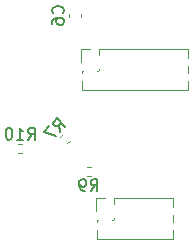
<source format=gbr>
%TF.GenerationSoftware,KiCad,Pcbnew,(5.1.8)-1*%
%TF.CreationDate,2021-11-11T12:40:01-05:00*%
%TF.ProjectId,Metal_flaw_sensor,4d657461-6c5f-4666-9c61-775f73656e73,rev?*%
%TF.SameCoordinates,Original*%
%TF.FileFunction,Legend,Bot*%
%TF.FilePolarity,Positive*%
%FSLAX46Y46*%
G04 Gerber Fmt 4.6, Leading zero omitted, Abs format (unit mm)*
G04 Created by KiCad (PCBNEW (5.1.8)-1) date 2021-11-11 12:40:01*
%MOMM*%
%LPD*%
G01*
G04 APERTURE LIST*
%ADD10C,0.120000*%
%ADD11C,0.150000*%
G04 APERTURE END LIST*
D10*
%TO.C,J3*%
X127430000Y-107420000D02*
X127430000Y-108550000D01*
X128190000Y-107420000D02*
X127430000Y-107420000D01*
X127495000Y-110127530D02*
X127495000Y-110950000D01*
X127495000Y-109310000D02*
X127495000Y-109512470D01*
X127626529Y-109310000D02*
X127495000Y-109310000D01*
X128896529Y-109310000D02*
X128753471Y-109310000D01*
X128950000Y-109113471D02*
X128950000Y-109256529D01*
X128950000Y-107420000D02*
X128950000Y-107986529D01*
X127495000Y-110950000D02*
X136505000Y-110950000D01*
X128950000Y-107420000D02*
X136505000Y-107420000D01*
X136505000Y-108857530D02*
X136505000Y-109512470D01*
X136505000Y-110127530D02*
X136505000Y-110950000D01*
X136505000Y-107420000D02*
X136505000Y-108242470D01*
%TO.C,R10*%
X122467621Y-116220000D02*
X122132379Y-116220000D01*
X122467621Y-115460000D02*
X122132379Y-115460000D01*
%TO.C,R9*%
X127912379Y-117470000D02*
X128247621Y-117470000D01*
X127912379Y-118230000D02*
X128247621Y-118230000D01*
%TO.C,R7*%
X126467227Y-115210175D02*
X126230175Y-115447227D01*
X125929825Y-114672773D02*
X125692773Y-114909825D01*
%TO.C,J4*%
X128700000Y-120040000D02*
X128700000Y-121170000D01*
X129460000Y-120040000D02*
X128700000Y-120040000D01*
X128765000Y-122747530D02*
X128765000Y-123570000D01*
X128765000Y-121930000D02*
X128765000Y-122132470D01*
X128896529Y-121930000D02*
X128765000Y-121930000D01*
X130166529Y-121930000D02*
X130023471Y-121930000D01*
X130220000Y-121733471D02*
X130220000Y-121876529D01*
X130220000Y-120040000D02*
X130220000Y-120606529D01*
X128765000Y-123570000D02*
X135235000Y-123570000D01*
X130220000Y-120040000D02*
X135235000Y-120040000D01*
X135235000Y-121477530D02*
X135235000Y-122132470D01*
X135235000Y-122747530D02*
X135235000Y-123570000D01*
X135235000Y-120040000D02*
X135235000Y-120862470D01*
%TO.C,C6*%
X127460000Y-104453733D02*
X127460000Y-104746267D01*
X126440000Y-104453733D02*
X126440000Y-104746267D01*
%TO.C,R10*%
D11*
X122942857Y-115122380D02*
X123276190Y-114646190D01*
X123514285Y-115122380D02*
X123514285Y-114122380D01*
X123133333Y-114122380D01*
X123038095Y-114170000D01*
X122990476Y-114217619D01*
X122942857Y-114312857D01*
X122942857Y-114455714D01*
X122990476Y-114550952D01*
X123038095Y-114598571D01*
X123133333Y-114646190D01*
X123514285Y-114646190D01*
X121990476Y-115122380D02*
X122561904Y-115122380D01*
X122276190Y-115122380D02*
X122276190Y-114122380D01*
X122371428Y-114265238D01*
X122466666Y-114360476D01*
X122561904Y-114408095D01*
X121371428Y-114122380D02*
X121276190Y-114122380D01*
X121180952Y-114170000D01*
X121133333Y-114217619D01*
X121085714Y-114312857D01*
X121038095Y-114503333D01*
X121038095Y-114741428D01*
X121085714Y-114931904D01*
X121133333Y-115027142D01*
X121180952Y-115074761D01*
X121276190Y-115122380D01*
X121371428Y-115122380D01*
X121466666Y-115074761D01*
X121514285Y-115027142D01*
X121561904Y-114931904D01*
X121609523Y-114741428D01*
X121609523Y-114503333D01*
X121561904Y-114312857D01*
X121514285Y-114217619D01*
X121466666Y-114170000D01*
X121371428Y-114122380D01*
%TO.C,R9*%
X128246666Y-119472380D02*
X128580000Y-118996190D01*
X128818095Y-119472380D02*
X128818095Y-118472380D01*
X128437142Y-118472380D01*
X128341904Y-118520000D01*
X128294285Y-118567619D01*
X128246666Y-118662857D01*
X128246666Y-118805714D01*
X128294285Y-118900952D01*
X128341904Y-118948571D01*
X128437142Y-118996190D01*
X128818095Y-118996190D01*
X127770476Y-119472380D02*
X127580000Y-119472380D01*
X127484761Y-119424761D01*
X127437142Y-119377142D01*
X127341904Y-119234285D01*
X127294285Y-119043809D01*
X127294285Y-118662857D01*
X127341904Y-118567619D01*
X127389523Y-118520000D01*
X127484761Y-118472380D01*
X127675238Y-118472380D01*
X127770476Y-118520000D01*
X127818095Y-118567619D01*
X127865714Y-118662857D01*
X127865714Y-118900952D01*
X127818095Y-118996190D01*
X127770476Y-119043809D01*
X127675238Y-119091428D01*
X127484761Y-119091428D01*
X127389523Y-119043809D01*
X127341904Y-118996190D01*
X127294285Y-118900952D01*
%TO.C,R7*%
X125690417Y-114434715D02*
X125589402Y-113862295D01*
X126094478Y-114030654D02*
X125387372Y-113323547D01*
X125117997Y-113592921D01*
X125084326Y-113693936D01*
X125084326Y-113761280D01*
X125117997Y-113862295D01*
X125219013Y-113963310D01*
X125320028Y-113996982D01*
X125387372Y-113996982D01*
X125488387Y-113963310D01*
X125757761Y-113693936D01*
X124747608Y-113963310D02*
X124276204Y-114434715D01*
X125286356Y-114838776D01*
%TO.C,C6*%
X125877142Y-104433333D02*
X125924761Y-104385714D01*
X125972380Y-104242857D01*
X125972380Y-104147619D01*
X125924761Y-104004761D01*
X125829523Y-103909523D01*
X125734285Y-103861904D01*
X125543809Y-103814285D01*
X125400952Y-103814285D01*
X125210476Y-103861904D01*
X125115238Y-103909523D01*
X125020000Y-104004761D01*
X124972380Y-104147619D01*
X124972380Y-104242857D01*
X125020000Y-104385714D01*
X125067619Y-104433333D01*
X124972380Y-105290476D02*
X124972380Y-105100000D01*
X125020000Y-105004761D01*
X125067619Y-104957142D01*
X125210476Y-104861904D01*
X125400952Y-104814285D01*
X125781904Y-104814285D01*
X125877142Y-104861904D01*
X125924761Y-104909523D01*
X125972380Y-105004761D01*
X125972380Y-105195238D01*
X125924761Y-105290476D01*
X125877142Y-105338095D01*
X125781904Y-105385714D01*
X125543809Y-105385714D01*
X125448571Y-105338095D01*
X125400952Y-105290476D01*
X125353333Y-105195238D01*
X125353333Y-105004761D01*
X125400952Y-104909523D01*
X125448571Y-104861904D01*
X125543809Y-104814285D01*
%TD*%
M02*

</source>
